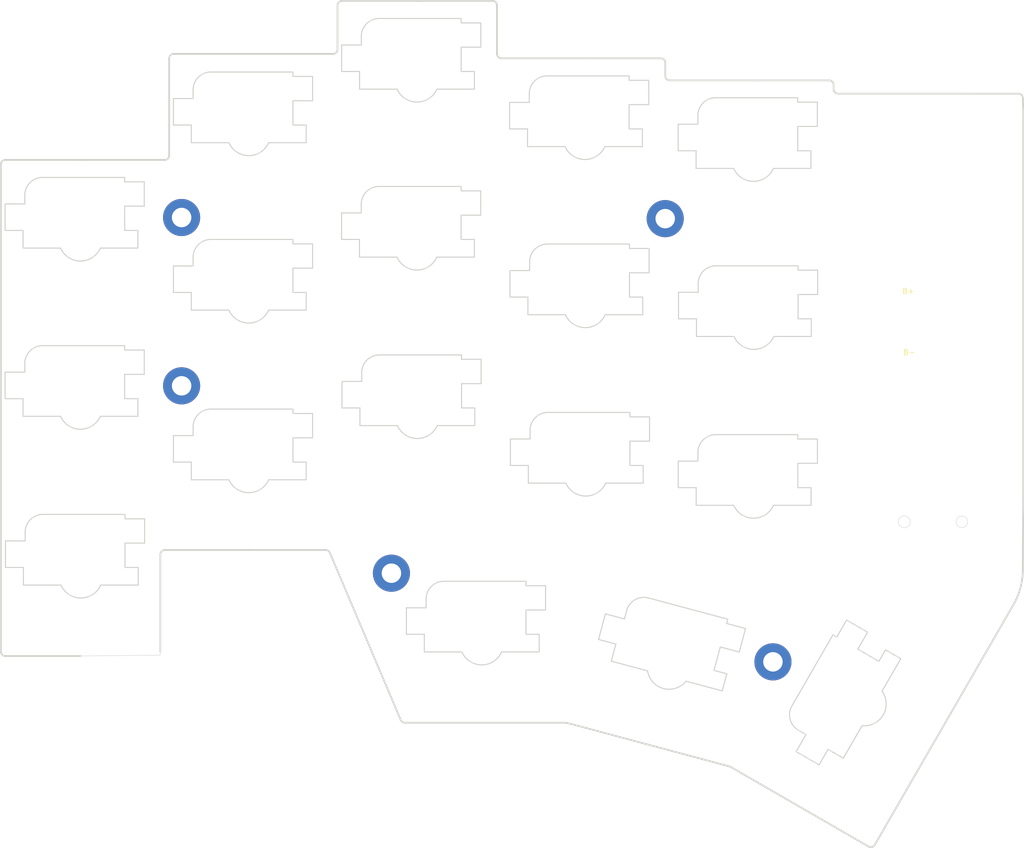
<source format=kicad_pcb>
(kicad_pcb (version 20211014) (generator pcbnew)
  (title_block (title "PUlSO split keyboard") (rev "0.2") (comment 1 "Made by IGOR"))
  (layers (0 "F.Cu" signal) (31 "B.Cu" signal) (34 "B.Paste" user) (35 "F.Paste" user) (36 "B.SilkS" user "B.Silkscreen") (37 "F.SilkS" user "F.Silkscreen") (38 "B.Mask" user) (39 "F.Mask" user) (44 "Edge.Cuts" user))
  (net 0 "")
  (footprint "pica:Cutout_CherryMX_Hotswap" (layer "F.Cu") (at 118.46 50.41)
    (fp_text reference "SW7" hide)
    (fp_text value "SW_PUSH" hide)
    (fp_line (start 5 -1) (end 5 -3.75) (layer "Edge.Cuts") (width 0.12))
    (fp_line (start 6.5 -1) (end 5 -1) (layer "Edge.Cuts") (width 0.12))
    (fp_line (start 5 -3.75) (end 7.22 -3.75) (layer "Edge.Cuts") (width 0.12))
    (fp_line (start 7.22 -3.75) (end 7.22 -6.5) (layer "Edge.Cuts") (width 0.12))
    (fp_line (start -6.5 1) (end -2.25 1) (layer "Edge.Cuts") (width 0.12))
    (fp_line (start -6.5 -1) (end -6.5 1) (layer "Edge.Cuts") (width 0.12))
    (fp_line (start -8.53 -1) (end -6.5 -1) (layer "Edge.Cuts") (width 0.12))
    (fp_line (start -6.3 -4) (end -8.53 -4) (layer "Edge.Cuts") (width 0.12))
    (fp_line (start 7.22 -6.5) (end 5 -6.5) (layer "Edge.Cuts") (width 0.12))
    (fp_line (start 5 -7) (end -4.285786 -7) (layer "Edge.Cuts") (width 0.12))
    (fp_line (start 5 -6.5) (end 5 -7) (layer "Edge.Cuts") (width 0.12))
    (fp_line (start 6.5 1) (end 6.5 -1) (layer "Edge.Cuts") (width 0.12))
    (fp_line (start 2.25 1) (end 6.5 1) (layer "Edge.Cuts") (width 0.12))
    (fp_line (start -8.53 -4) (end -8.53 -1) (layer "Edge.Cuts") (width 0.12))
    (fp_line (start -6.3 -4) (end -6.3 -4.9) (layer "Edge.Cuts") (width 0.12))
    (fp_arc (start -6.3 -4.9) (mid -5.740696 -6.37951) (end -4.285786 -7) (layer "Edge.Cuts") (width 0.12))
    (fp_arc (start 2.25 1) (mid 0 2.462214) (end -2.25 1) (layer "Edge.Cuts") (width 0.12))
  )
  (footprint "pica:Cutout_CherryMX_Hotswap" (layer "F.Cu") (at 80.41 88.12)
    (fp_text reference "SW7" hide)
    (fp_text value "SW_PUSH" hide)
    (fp_line (start -8.53 -1) (end -6.5 -1) (layer "Edge.Cuts") (width 0.12))
    (fp_line (start -6.5 -1) (end -6.5 1) (layer "Edge.Cuts") (width 0.12))
    (fp_line (start -6.3 -4) (end -6.3 -4.9) (layer "Edge.Cuts") (width 0.12))
    (fp_line (start -6.3 -4) (end -8.53 -4) (layer "Edge.Cuts") (width 0.12))
    (fp_line (start -6.5 1) (end -2.25 1) (layer "Edge.Cuts") (width 0.12))
    (fp_line (start 5 -3.75) (end 7.22 -3.75) (layer "Edge.Cuts") (width 0.12))
    (fp_line (start 2.25 1) (end 6.5 1) (layer "Edge.Cuts") (width 0.12))
    (fp_line (start 5 -1) (end 5 -3.75) (layer "Edge.Cuts") (width 0.12))
    (fp_line (start 5 -7) (end -4.285786 -7) (layer "Edge.Cuts") (width 0.12))
    (fp_line (start 6.5 -1) (end 5 -1) (layer "Edge.Cuts") (width 0.12))
    (fp_line (start 6.5 1) (end 6.5 -1) (layer "Edge.Cuts") (width 0.12))
    (fp_line (start 7.22 -3.75) (end 7.22 -6.5) (layer "Edge.Cuts") (width 0.12))
    (fp_line (start 7.22 -6.5) (end 5 -6.5) (layer "Edge.Cuts") (width 0.12))
    (fp_line (start -8.53 -4) (end -8.53 -1) (layer "Edge.Cuts") (width 0.12))
    (fp_line (start 5 -6.5) (end 5 -7) (layer "Edge.Cuts") (width 0.12))
    (fp_arc (start 2.25 1) (mid 0 2.462214) (end -2.25 1) (layer "Edge.Cuts") (width 0.12))
    (fp_arc (start -6.3 -4.9) (mid -5.740696 -6.37951) (end -4.285786 -7) (layer "Edge.Cuts") (width 0.12))
  )
  (footprint "pica:Cutout_CherryMX_Hotswap" (layer "F.Cu") (at 137.55 91.01)
    (fp_text reference "SW7" hide)
    (fp_text value "SW_PUSH" hide)
    (fp_line (start 6.5 1) (end 6.5 -1) (layer "Edge.Cuts") (width 0.12))
    (fp_line (start -6.5 1) (end -2.25 1) (layer "Edge.Cuts") (width 0.12))
    (fp_line (start 2.25 1) (end 6.5 1) (layer "Edge.Cuts") (width 0.12))
    (fp_line (start 7.22 -6.5) (end 5 -6.5) (layer "Edge.Cuts") (width 0.12))
    (fp_line (start -8.53 -1) (end -6.5 -1) (layer "Edge.Cuts") (width 0.12))
    (fp_line (start -6.3 -4) (end -8.53 -4) (layer "Edge.Cuts") (width 0.12))
    (fp_line (start -6.3 -4) (end -6.3 -4.9) (layer "Edge.Cuts") (width 0.12))
    (fp_line (start 5 -7) (end -4.285786 -7) (layer "Edge.Cuts") (width 0.12))
    (fp_line (start 5 -6.5) (end 5 -7) (layer "Edge.Cuts") (width 0.12))
    (fp_line (start 5 -1) (end 5 -3.75) (layer "Edge.Cuts") (width 0.12))
    (fp_line (start 5 -3.75) (end 7.22 -3.75) (layer "Edge.Cuts") (width 0.12))
    (fp_line (start -8.53 -4) (end -8.53 -1) (layer "Edge.Cuts") (width 0.12))
    (fp_line (start 7.22 -3.75) (end 7.22 -6.5) (layer "Edge.Cuts") (width 0.12))
    (fp_line (start 6.5 -1) (end 5 -1) (layer "Edge.Cuts") (width 0.12))
    (fp_line (start -6.5 -1) (end -6.5 1) (layer "Edge.Cuts") (width 0.12))
    (fp_arc (start 2.25 1) (mid 0 2.462214) (end -2.25 1) (layer "Edge.Cuts") (width 0.12))
    (fp_arc (start -6.3 -4.9) (mid -5.740696 -6.37951) (end -4.285786 -7) (layer "Edge.Cuts") (width 0.12))
  )
  (footprint "pica:Cutout_CherryMX_Hotswap" (layer "F.Cu") (at 80.41 49.97)
    (fp_text reference "SW7" hide)
    (fp_text value "SW_PUSH" hide)
    (fp_line (start -8.53 -1) (end -6.5 -1) (layer "Edge.Cuts") (width 0.12))
    (fp_line (start 7.22 -6.5) (end 5 -6.5) (layer "Edge.Cuts") (width 0.12))
    (fp_line (start -6.3 -4) (end -6.3 -4.9) (layer "Edge.Cuts") (width 0.12))
    (fp_line (start -6.5 -1) (end -6.5 1) (layer "Edge.Cuts") (width 0.12))
    (fp_line (start 5 -7) (end -4.285786 -7) (layer "Edge.Cuts") (width 0.12))
    (fp_line (start 7.22 -3.75) (end 7.22 -6.5) (layer "Edge.Cuts") (width 0.12))
    (fp_line (start -6.3 -4) (end -8.53 -4) (layer "Edge.Cuts") (width 0.12))
    (fp_line (start 5 -3.75) (end 7.22 -3.75) (layer "Edge.Cuts") (width 0.12))
    (fp_line (start 6.5 -1) (end 5 -1) (layer "Edge.Cuts") (width 0.12))
    (fp_line (start 6.5 1) (end 6.5 -1) (layer "Edge.Cuts") (width 0.12))
    (fp_line (start 5 -1) (end 5 -3.75) (layer "Edge.Cuts") (width 0.12))
    (fp_line (start -8.53 -4) (end -8.53 -1) (layer "Edge.Cuts") (width 0.12))
    (fp_line (start 2.25 1) (end 6.5 1) (layer "Edge.Cuts") (width 0.12))
    (fp_line (start -6.5 1) (end -2.25 1) (layer "Edge.Cuts") (width 0.12))
    (fp_line (start 5 -6.5) (end 5 -7) (layer "Edge.Cuts") (width 0.12))
    (fp_arc (start 2.25 1) (mid 0 2.462214) (end -2.25 1) (layer "Edge.Cuts") (width 0.12))
    (fp_arc (start -6.3 -4.9) (mid -5.740696 -6.37951) (end -4.285786 -7) (layer "Edge.Cuts") (width 0.12))
  )
  (footprint "" (layer "F.Cu") (at 139.736 109.728803)
    (fp_text reference "" (at 0 0) (layer "F.SilkS") (effects (font (size 1.27 1.27))))
    (fp_text value "" (at 0 0) (layer "F.SilkS") (effects (font (size 1.27 1.27))))
    (pad "" thru_hole circle locked (at 0 0) (size 4.2 4.2) (drill 2.2) (layers F&B.Cu *.Mask))
  )
  (footprint "pica:Cutout_CherryMX_Hotswap" (layer "F.Cu") (at 106.78 107.61)
    (fp_text reference "SW7" hide)
    (fp_text value "SW_PUSH" hide)
    (fp_line (start -6.5 -1) (end -6.5 1) (layer "Edge.Cuts") (width 0.12))
    (fp_line (start 5 -7) (end -4.285786 -7) (layer "Edge.Cuts") (width 0.12))
    (fp_line (start 6.5 -1) (end 5 -1) (layer "Edge.Cuts") (width 0.12))
    (fp_line (start 5 -1) (end 5 -3.75) (layer "Edge.Cuts") (width 0.12))
    (fp_line (start 2.25 1) (end 6.5 1) (layer "Edge.Cuts") (width 0.12))
    (fp_line (start 5 -6.5) (end 5 -7) (layer "Edge.Cuts") (width 0.12))
    (fp_line (start 5 -3.75) (end 7.22 -3.75) (layer "Edge.Cuts") (width 0.12))
    (fp_line (start 7.22 -3.75) (end 7.22 -6.5) (layer "Edge.Cuts") (width 0.12))
    (fp_line (start 6.5 1) (end 6.5 -1) (layer "Edge.Cuts") (width 0.12))
    (fp_line (start -6.5 1) (end -2.25 1) (layer "Edge.Cuts") (width 0.12))
    (fp_line (start -8.53 -4) (end -8.53 -1) (layer "Edge.Cuts") (width 0.12))
    (fp_line (start 7.22 -6.5) (end 5 -6.5) (layer "Edge.Cuts") (width 0.12))
    (fp_line (start -6.3 -4) (end -8.53 -4) (layer "Edge.Cuts") (width 0.12))
    (fp_line (start -8.53 -1) (end -6.5 -1) (layer "Edge.Cuts") (width 0.12))
    (fp_line (start -6.3 -4) (end -6.3 -4.9) (layer "Edge.Cuts") (width 0.12))
    (fp_arc (start 2.25 1) (mid 0 2.462214) (end -2.25 1) (layer "Edge.Cuts") (width 0.12))
    (fp_arc (start -6.3 -4.9) (mid -5.740696 -6.37951) (end -4.285786 -7) (layer "Edge.Cuts") (width 0.12))
  )
  (footprint "" (layer "F.Cu") (at 127.544 59.563803)
    (fp_text reference "" (at 0 0) (layer "F.SilkS") (effects (font (size 1.27 1.27))))
    (fp_text value "" (at 0 0) (layer "F.SilkS") (effects (font (size 1.27 1.27))))
    (pad "" thru_hole circle locked (at 0 0) (size 4.2 4.2) (drill 2.2) (layers F&B.Cu *.Mask))
  )
  (footprint "Keyswitches by Daprice:Kailh_socket_MX_reversible_sameside" (layer "F.Cu") (at 127.961071 110.39505 -15)
    (fp_text reference "SW21" hide)
    (fp_text value "SW_Push" hide)
    (fp_line (start 5.01 -1.03) (end 5.01 -3.78) (layer "Edge.Cuts") (width 0.12))
    (fp_line (start 5.01 -6.53) (end 5.01 -7.03) (layer "Edge.Cuts") (width 0.12))
    (fp_line (start -8.52 -4.03) (end -8.52 -1.03) (layer "Edge.Cuts") (width 0.12))
    (fp_line (start 5.01 -7.03) (end -4.275786 -7.03) (layer "Edge.Cuts") (width 0.12))
    (fp_line (start 7.23 -3.78) (end 7.23 -6.53) (layer "Edge.Cuts") (width 0.12))
    (fp_line (start -6.29 -4.03) (end -8.52 -4.03) (layer "Edge.Cuts") (width 0.12))
    (fp_line (start 5.01 -3.78) (end 7.23 -3.78) (layer "Edge.Cuts") (width 0.12))
    (fp_line (start 6.51 -1.03) (end 5.01 -1.03) (layer "Edge.Cuts") (width 0.12))
    (fp_line (start -6.29 -4.03) (end -6.29 -4.93) (layer "Edge.Cuts") (width 0.12))
    (fp_line (start 6.51 0.97) (end 6.51 -1.03) (layer "Edge.Cuts") (width 0.12))
    (fp_line (start -6.49 0.97) (end -2.24 0.97) (layer "Edge.Cuts") (width 0.12))
    (fp_line (start 7.23 -6.53) (end 5.01 -6.53) (layer "Edge.Cuts") (width 0.12))
    (fp_line (start -6.49 -1.03) (end -6.49 0.97) (layer "Edge.Cuts") (width 0.12))
    (fp_line (start 2.26 0.97) (end 6.51 0.97) (layer "Edge.Cuts") (width 0.12))
    (fp_line (start -8.52 -1.03) (end -6.49 -1.03) (layer "Edge.Cuts") (width 0.12))
    (fp_arc (start -6.29 -4.93) (mid -5.730696 -6.40951) (end -4.275786 -7.03) (layer "Edge.Cuts") (width 0.12))
    (fp_arc (start 2.26 0.97) (mid 0.01 2.432214) (end -2.24 0.97) (layer "Edge.Cuts") (width 0.12))
  )
  (footprint "pica:Cutout_CherryMX_Hotswap" (layer "F.Cu") (at 118.55 88.5)
    (fp_text reference "SW7" hide)
    (fp_text value "SW_PUSH" hide)
    (fp_line (start -8.53 -1) (end -6.5 -1) (layer "Edge.Cuts") (width 0.12))
    (fp_line (start 5 -7) (end -4.285786 -7) (layer "Edge.Cuts") (width 0.12))
    (fp_line (start 5 -3.75) (end 7.22 -3.75) (layer "Edge.Cuts") (width 0.12))
    (fp_line (start -8.53 -4) (end -8.53 -1) (layer "Edge.Cuts") (width 0.12))
    (fp_line (start -6.3 -4) (end -6.3 -4.9) (layer "Edge.Cuts") (width 0.12))
    (fp_line (start 5 -6.5) (end 5 -7) (layer "Edge.Cuts") (width 0.12))
    (fp_line (start 7.22 -3.75) (end 7.22 -6.5) (layer "Edge.Cuts") (width 0.12))
    (fp_line (start -6.3 -4) (end -8.53 -4) (layer "Edge.Cuts") (width 0.12))
    (fp_line (start 2.25 1) (end 6.5 1) (layer "Edge.Cuts") (width 0.12))
    (fp_line (start 7.22 -6.5) (end 5 -6.5) (layer "Edge.Cuts") (width 0.12))
    (fp_line (start 5 -1) (end 5 -3.75) (layer "Edge.Cuts") (width 0.12))
    (fp_line (start 6.5 -1) (end 5 -1) (layer "Edge.Cuts") (width 0.12))
    (fp_line (start 6.5 1) (end 6.5 -1) (layer "Edge.Cuts") (width 0.12))
    (fp_line (start -6.5 -1) (end -6.5 1) (layer "Edge.Cuts") (width 0.12))
    (fp_line (start -6.5 1) (end -2.25 1) (layer "Edge.Cuts") (width 0.12))
    (fp_arc (start -6.3 -4.9) (mid -5.740696 -6.37951) (end -4.285786 -7) (layer "Edge.Cuts") (width 0.12))
    (fp_arc (start 2.25 1) (mid 0 2.462214) (end -2.25 1) (layer "Edge.Cuts") (width 0.12))
  )
  (footprint "pica:Cutout_CherryMX_Hotswap" (layer "F.Cu") (at 61.36 61.9)
    (fp_text reference "SW7" hide)
    (fp_text value "SW_PUSH" hide)
    (fp_line (start 2.25 1) (end 6.5 1) (layer "Edge.Cuts") (width 0.12))
    (fp_line (start -8.53 -1) (end -6.5 -1) (layer "Edge.Cuts") (width 0.12))
    (fp_line (start -6.3 -4) (end -8.53 -4) (layer "Edge.Cuts") (width 0.12))
    (fp_line (start -6.5 1) (end -2.25 1) (layer "Edge.Cuts") (width 0.12))
    (fp_line (start 5 -1) (end 5 -3.75) (layer "Edge.Cuts") (width 0.12))
    (fp_line (start 5 -6.5) (end 5 -7) (layer "Edge.Cuts") (width 0.12))
    (fp_line (start 7.22 -3.75) (end 7.22 -6.5) (layer "Edge.Cuts") (width 0.12))
    (fp_line (start -6.3 -4) (end -6.3 -4.9) (layer "Edge.Cuts") (width 0.12))
    (fp_line (start -6.5 -1) (end -6.5 1) (layer "Edge.Cuts") (width 0.12))
    (fp_line (start 6.5 -1) (end 5 -1) (layer "Edge.Cuts") (width 0.12))
    (fp_line (start -8.53 -4) (end -8.53 -1) (layer "Edge.Cuts") (width 0.12))
    (fp_line (start 5 -7) (end -4.285786 -7) (layer "Edge.Cuts") (width 0.12))
    (fp_line (start 5 -3.75) (end 7.22 -3.75) (layer "Edge.Cuts") (width 0.12))
    (fp_line (start 6.5 1) (end 6.5 -1) (layer "Edge.Cuts") (width 0.12))
    (fp_line (start 7.22 -6.5) (end 5 -6.5) (layer "Edge.Cuts") (width 0.12))
    (fp_arc (start -6.3 -4.9) (mid -5.740696 -6.37951) (end -4.285786 -7) (layer "Edge.Cuts") (width 0.12))
    (fp_arc (start 2.25 1) (mid 0 2.462214) (end -2.25 1) (layer "Edge.Cuts") (width 0.12))
  )
  (footprint "pica:Cutout_CherryMX_Hotswap" (layer "F.Cu") (at 61.36 80.94)
    (fp_text reference "SW7" hide)
    (fp_text value "SW_PUSH" hide)
    (fp_line (start 5 -7) (end -4.285786 -7) (layer "Edge.Cuts") (width 0.12))
    (fp_line (start -8.53 -4) (end -8.53 -1) (layer "Edge.Cuts") (width 0.12))
    (fp_line (start 7.22 -6.5) (end 5 -6.5) (layer "Edge.Cuts") (width 0.12))
    (fp_line (start 5 -3.75) (end 7.22 -3.75) (layer "Edge.Cuts") (width 0.12))
    (fp_line (start 7.22 -3.75) (end 7.22 -6.5) (layer "Edge.Cuts") (width 0.12))
    (fp_line (start -6.5 -1) (end -6.5 1) (layer "Edge.Cuts") (width 0.12))
    (fp_line (start -8.53 -1) (end -6.5 -1) (layer "Edge.Cuts") (width 0.12))
    (fp_line (start -6.3 -4) (end -6.3 -4.9) (layer "Edge.Cuts") (width 0.12))
    (fp_line (start 2.25 1) (end 6.5 1) (layer "Edge.Cuts") (width 0.12))
    (fp_line (start 5 -1) (end 5 -3.75) (layer "Edge.Cuts") (width 0.12))
    (fp_line (start 6.5 -1) (end 5 -1) (layer "Edge.Cuts") (width 0.12))
    (fp_line (start -6.5 1) (end -2.25 1) (layer "Edge.Cuts") (width 0.12))
    (fp_line (start -6.3 -4) (end -8.53 -4) (layer "Edge.Cuts") (width 0.12))
    (fp_line (start 5 -6.5) (end 5 -7) (layer "Edge.Cuts") (width 0.12))
    (fp_line (start 6.5 1) (end 6.5 -1) (layer "Edge.Cuts") (width 0.12))
    (fp_arc (start 2.25 1) (mid 0 2.462214) (end -2.25 1) (layer "Edge.Cuts") (width 0.12))
    (fp_arc (start -6.3 -4.9) (mid -5.740696 -6.37951) (end -4.285786 -7) (layer "Edge.Cuts") (width 0.12))
  )
  (footprint "pica:Cutout_CherryMX_Hotswap" (layer "F.Cu") (at 137.54 52.88)
    (fp_text reference "SW7" hide)
    (fp_text value "SW_PUSH" hide)
    (fp_line (start 5 -7) (end -4.285786 -7) (layer "Edge.Cuts") (width 0.12))
    (fp_line (start 5 -6.5) (end 5 -7) (layer "Edge.Cuts") (width 0.12))
    (fp_line (start -8.53 -4) (end -8.53 -1) (layer "Edge.Cuts") (width 0.12))
    (fp_line (start 5 -1) (end 5 -3.75) (layer "Edge.Cuts") (width 0.12))
    (fp_line (start -6.3 -4) (end -8.53 -4) (layer "Edge.Cuts") (width 0.12))
    (fp_line (start -8.53 -1) (end -6.5 -1) (layer "Edge.Cuts") (width 0.12))
    (fp_line (start 2.25 1) (end 6.5 1) (layer "Edge.Cuts") (width 0.12))
    (fp_line (start 7.22 -6.5) (end 5 -6.5) (layer "Edge.Cuts") (width 0.12))
    (fp_line (start -6.5 -1) (end -6.5 1) (layer "Edge.Cuts") (width 0.12))
    (fp_line (start 5 -3.75) (end 7.22 -3.75) (layer "Edge.Cuts") (width 0.12))
    (fp_line (start -6.3 -4) (end -6.3 -4.9) (layer "Edge.Cuts") (width 0.12))
    (fp_line (start -6.5 1) (end -2.25 1) (layer "Edge.Cuts") (width 0.12))
    (fp_line (start 7.22 -3.75) (end 7.22 -6.5) (layer "Edge.Cuts") (width 0.12))
    (fp_line (start 6.5 1) (end 6.5 -1) (layer "Edge.Cuts") (width 0.12))
    (fp_line (start 6.5 -1) (end 5 -1) (layer "Edge.Cuts") (width 0.12))
    (fp_arc (start -6.3 -4.9) (mid -5.740696 -6.37951) (end -4.285786 -7) (layer "Edge.Cuts") (width 0.12))
    (fp_arc (start 2.25 1) (mid 0 2.462214) (end -2.25 1) (layer "Edge.Cuts") (width 0.12))
  )
  (footprint "pica:Cutout_CherryMX_Hotswap" (layer "F.Cu") (at 99.45 43.91)
    (fp_text reference "SW7" hide)
    (fp_text value "SW_PUSH" hide)
    (fp_line (start 7.22 -6.5) (end 5 -6.5) (layer "Edge.Cuts") (width 0.12))
    (fp_line (start 6.5 -1) (end 5 -1) (layer "Edge.Cuts") (width 0.12))
    (fp_line (start 5 -7) (end -4.285786 -7) (layer "Edge.Cuts") (width 0.12))
    (fp_line (start -8.53 -4) (end -8.53 -1) (layer "Edge.Cuts") (width 0.12))
    (fp_line (start 2.25 1) (end 6.5 1) (layer "Edge.Cuts") (width 0.12))
    (fp_line (start 7.22 -3.75) (end 7.22 -6.5) (layer "Edge.Cuts") (width 0.12))
    (fp_line (start -6.5 -1) (end -6.5 1) (layer "Edge.Cuts") (width 0.12))
    (fp_line (start -6.5 1) (end -2.25 1) (layer "Edge.Cuts") (width 0.12))
    (fp_line (start 5 -6.5) (end 5 -7) (layer "Edge.Cuts") (width 0.12))
    (fp_line (start 6.5 1) (end 6.5 -1) (layer "Edge.Cuts") (width 0.12))
    (fp_line (start -8.53 -1) (end -6.5 -1) (layer "Edge.Cuts") (width 0.12))
    (fp_line (start -6.3 -4) (end -8.53 -4) (layer "Edge.Cuts") (width 0.12))
    (fp_line (start 5 -3.75) (end 7.22 -3.75) (layer "Edge.Cuts") (width 0.12))
    (fp_line (start -6.3 -4) (end -6.3 -4.9) (layer "Edge.Cuts") (width 0.12))
    (fp_line (start 5 -1) (end 5 -3.75) (layer "Edge.Cuts") (width 0.12))
    (fp_arc (start 2.25 1) (mid 0 2.462214) (end -2.25 1) (layer "Edge.Cuts") (width 0.12))
    (fp_arc (start -6.3 -4.9) (mid -5.740696 -6.37951) (end -4.285786 -7) (layer "Edge.Cuts") (width 0.12))
  )
  (footprint "pica:Cutout_CherryMX_Hotswap" (layer "F.Cu") (at 99.49 81.99)
    (fp_text reference "SW7" hide)
    (fp_text value "SW_PUSH" hide)
    (fp_line (start -6.5 -1) (end -6.5 1) (layer "Edge.Cuts") (width 0.12))
    (fp_line (start 2.25 1) (end 6.5 1) (layer "Edge.Cuts") (width 0.12))
    (fp_line (start -6.3 -4) (end -8.53 -4) (layer "Edge.Cuts") (width 0.12))
    (fp_line (start -8.53 -4) (end -8.53 -1) (layer "Edge.Cuts") (width 0.12))
    (fp_line (start 5 -1) (end 5 -3.75) (layer "Edge.Cuts") (width 0.12))
    (fp_line (start 5 -7) (end -4.285786 -7) (layer "Edge.Cuts") (width 0.12))
    (fp_line (start 7.22 -6.5) (end 5 -6.5) (layer "Edge.Cuts") (width 0.12))
    (fp_line (start -8.53 -1) (end -6.5 -1) (layer "Edge.Cuts") (width 0.12))
    (fp_line (start 6.5 1) (end 6.5 -1) (layer "Edge.Cuts") (width 0.12))
    (fp_line (start 7.22 -3.75) (end 7.22 -6.5) (layer "Edge.Cuts") (width 0.12))
    (fp_line (start 5 -6.5) (end 5 -7) (layer "Edge.Cuts") (width 0.12))
    (fp_line (start -6.5 1) (end -2.25 1) (layer "Edge.Cuts") (width 0.12))
    (fp_line (start 6.5 -1) (end 5 -1) (layer "Edge.Cuts") (width 0.12))
    (fp_line (start 5 -3.75) (end 7.22 -3.75) (layer "Edge.Cuts") (width 0.12))
    (fp_line (start -6.3 -4) (end -6.3 -4.9) (layer "Edge.Cuts") (width 0.12))
    (fp_arc (start -6.3 -4.9) (mid -5.740696 -6.37951) (end -4.285786 -7) (layer "Edge.Cuts") (width 0.12))
    (fp_arc (start 2.25 1) (mid 0 2.462214) (end -2.25 1) (layer "Edge.Cuts") (width 0.12))
  )
  (footprint "pica:Cutout_CherryMX_Hotswap" (layer "F.Cu") (at 61.4 100.04)
    (fp_text reference "SW7" hide)
    (fp_text value "SW_PUSH" hide)
    (fp_line (start -6.5 -1) (end -6.5 1) (layer "Edge.Cuts") (width 0.12))
    (fp_line (start 6.5 1) (end 6.5 -1) (layer "Edge.Cuts") (width 0.12))
    (fp_line (start 5 -7) (end -4.285786 -7) (layer "Edge.Cuts") (width 0.12))
    (fp_line (start 7.22 -3.75) (end 7.22 -6.5) (layer "Edge.Cuts") (width 0.12))
    (fp_line (start 7.22 -6.5) (end 5 -6.5) (layer "Edge.Cuts") (width 0.12))
    (fp_line (start 5 -6.5) (end 5 -7) (layer "Edge.Cuts") (width 0.12))
    (fp_line (start -6.3 -4) (end -8.53 -4) (layer "Edge.Cuts") (width 0.12))
    (fp_line (start -6.5 1) (end -2.25 1) (layer "Edge.Cuts") (width 0.12))
    (fp_line (start 6.5 -1) (end 5 -1) (layer "Edge.Cuts") (width 0.12))
    (fp_line (start -8.53 -1) (end -6.5 -1) (layer "Edge.Cuts") (width 0.12))
    (fp_line (start 5 -3.75) (end 7.22 -3.75) (layer "Edge.Cuts") (width 0.12))
    (fp_line (start -8.53 -4) (end -8.53 -1) (layer "Edge.Cuts") (width 0.12))
    (fp_line (start 5 -1) (end 5 -3.75) (layer "Edge.Cuts") (width 0.12))
    (fp_line (start -6.3 -4) (end -6.3 -4.9) (layer "Edge.Cuts") (width 0.12))
    (fp_line (start 2.25 1) (end 6.5 1) (layer "Edge.Cuts") (width 0.12))
    (fp_arc (start 2.25 1) (mid 0 2.462214) (end -2.25 1) (layer "Edge.Cuts") (width 0.12))
    (fp_arc (start -6.3 -4.9) (mid -5.740696 -6.37951) (end -4.285786 -7) (layer "Edge.Cuts") (width 0.12))
  )
  (footprint "Keyswitches by Daprice:Kailh_socket_MX_reversible_sameside" (layer "F.Cu") (at 150.081 114.437803 60)
    (fp_text reference "SW20" hide)
    (fp_text value "SW_Push" hide)
    (fp_line (start 2.2 1.04) (end 6.45 1.04) (layer "Edge.Cuts") (width 0.12))
    (fp_line (start -6.55 -0.96) (end -6.55 1.04) (layer "Edge.Cuts") (width 0.12))
    (fp_line (start 6.45 -0.96) (end 4.95 -0.96) (layer "Edge.Cuts") (width 0.12))
    (fp_line (start 7.17 -3.71) (end 7.17 -6.46) (layer "Edge.Cuts") (width 0.12))
    (fp_line (start -6.55 1.04) (end -2.3 1.04) (layer "Edge.Cuts") (width 0.12))
    (fp_line (start 4.95 -6.46) (end 4.95 -6.96) (layer "Edge.Cuts") (width 0.12))
    (fp_line (start 4.95 -6.96) (end -4.335786 -6.96) (layer "Edge.Cuts") (width 0.12))
    (fp_line (start -6.35 -3.96) (end -8.58 -3.96) (layer "Edge.Cuts") (width 0.12))
    (fp_line (start 6.45 1.04) (end 6.45 -0.96) (layer "Edge.Cuts") (width 0.12))
    (fp_line (start 7.17 -6.46) (end 4.95 -6.46) (layer "Edge.Cuts") (width 0.12))
    (fp_line (start 4.95 -0.96) (end 4.95 -3.71) (layer "Edge.Cuts") (width 0.12))
    (fp_line (start -6.35 -3.96) (end -6.35 -4.86) (layer "Edge.Cuts") (width 0.12))
    (fp_line (start 4.95 -3.71) (end 7.17 -3.71) (layer "Edge.Cuts") (width 0.12))
    (fp_line (start -8.58 -0.96) (end -6.55 -0.96) (layer "Edge.Cuts") (width 0.12))
    (fp_line (start -8.58 -3.96) (end -8.58 -0.96) (layer "Edge.Cuts") (width 0.12))
    (fp_arc (start 2.2 1.04) (mid -0.05 2.502214) (end -2.3 1.04) (layer "Edge.Cuts") (width 0.12))
    (fp_arc (start -6.35 -4.86) (mid -5.790696 -6.33951) (end -4.335786 -6.96) (layer "Edge.Cuts") (width 0.12))
  )
  (footprint "" (layer "F.Cu") (at 72.807 59.436803)
    (fp_text reference "" (at 0 0) (layer "F.SilkS") (effects (font (size 1.27 1.27))))
    (fp_text value "" (at 0 0) (layer "F.SilkS") (effects (font (size 1.27 1.27))))
    (pad "" thru_hole circle locked (at 0 0) (size 4.2 4.2) (drill 2.2) (layers F&B.Cu *.Mask))
  )
  (footprint "pica:Cutout_CherryMX_Hotswap" (layer "F.Cu") (at 80.41 68.92)
    (fp_text reference "SW7" hide)
    (fp_text value "SW_PUSH" hide)
    (fp_line (start -6.5 -1) (end -6.5 1) (layer "Edge.Cuts") (width 0.12))
    (fp_line (start -8.53 -4) (end -8.53 -1) (layer "Edge.Cuts") (width 0.12))
    (fp_line (start -6.3 -4) (end -6.3 -4.9) (layer "Edge.Cuts") (width 0.12))
    (fp_line (start 5 -6.5) (end 5 -7) (layer "Edge.Cuts") (width 0.12))
    (fp_line (start 6.5 1) (end 6.5 -1) (layer "Edge.Cuts") (width 0.12))
    (fp_line (start 5 -3.75) (end 7.22 -3.75) (layer "Edge.Cuts") (width 0.12))
    (fp_line (start -6.5 1) (end -2.25 1) (layer "Edge.Cuts") (width 0.12))
    (fp_line (start 5 -7) (end -4.285786 -7) (layer "Edge.Cuts") (width 0.12))
    (fp_line (start -6.3 -4) (end -8.53 -4) (layer "Edge.Cuts") (width 0.12))
    (fp_line (start -8.53 -1) (end -6.5 -1) (layer "Edge.Cuts") (width 0.12))
    (fp_line (start 5 -1) (end 5 -3.75) (layer "Edge.Cuts") (width 0.12))
    (fp_line (start 7.22 -6.5) (end 5 -6.5) (layer "Edge.Cuts") (width 0.12))
    (fp_line (start 7.22 -3.75) (end 7.22 -6.5) (layer "Edge.Cuts") (width 0.12))
    (fp_line (start 6.5 -1) (end 5 -1) (layer "Edge.Cuts") (width 0.12))
    (fp_line (start 2.25 1) (end 6.5 1) (layer "Edge.Cuts") (width 0.12))
    (fp_arc (start -6.3 -4.9) (mid -5.740696 -6.37951) (end -4.285786 -7) (layer "Edge.Cuts") (width 0.12))
    (fp_arc (start 2.25 1) (mid 0 2.462214) (end -2.25 1) (layer "Edge.Cuts") (width 0.12))
  )
  (footprint "pica:Cutout_CherryMX_Hotswap" (layer "F.Cu") (at 118.5 69.44)
    (fp_text reference "SW7" hide)
    (fp_text value "SW_PUSH" hide)
    (fp_line (start -8.53 -1) (end -6.5 -1) (layer "Edge.Cuts") (width 0.12))
    (fp_line (start 2.25 1) (end 6.5 1) (layer "Edge.Cuts") (width 0.12))
    (fp_line (start -6.5 1) (end -2.25 1) (layer "Edge.Cuts") (width 0.12))
    (fp_line (start 5 -3.75) (end 7.22 -3.75) (layer "Edge.Cuts") (width 0.12))
    (fp_line (start -6.5 -1) (end -6.5 1) (layer "Edge.Cuts") (width 0.12))
    (fp_line (start -6.3 -4) (end -6.3 -4.9) (layer "Edge.Cuts") (width 0.12))
    (fp_line (start 6.5 1) (end 6.5 -1) (layer "Edge.Cuts") (width 0.12))
    (fp_line (start 7.22 -6.5) (end 5 -6.5) (layer "Edge.Cuts") (width 0.12))
    (fp_line (start 5 -7) (end -4.285786 -7) (layer "Edge.Cuts") (width 0.12))
    (fp_line (start 5 -1) (end 5 -3.75) (layer "Edge.Cuts") (width 0.12))
    (fp_line (start 5 -6.5) (end 5 -7) (layer "Edge.Cuts") (width 0.12))
    (fp_line (start 7.22 -3.75) (end 7.22 -6.5) (layer "Edge.Cuts") (width 0.12))
    (fp_line (start -8.53 -4) (end -8.53 -1) (layer "Edge.Cuts") (width 0.12))
    (fp_line (start 6.5 -1) (end 5 -1) (layer "Edge.Cuts") (width 0.12))
    (fp_line (start -6.3 -4) (end -8.53 -4) (layer "Edge.Cuts") (width 0.12))
    (fp_arc (start -6.3 -4.9) (mid -5.740696 -6.37951) (end -4.285786 -7) (layer "Edge.Cuts") (width 0.12))
    (fp_arc (start 2.25 1) (mid 0 2.462214) (end -2.25 1) (layer "Edge.Cuts") (width 0.12))
  )
  (footprint "" (layer "F.Cu") (at 72.807 78.486803)
    (fp_text reference "" (at 0 0) (layer "F.SilkS") (effects (font (size 1.27 1.27))))
    (fp_text value "" (at 0 0) (layer "F.SilkS") (effects (font (size 1.27 1.27))))
    (pad "" thru_hole circle locked (at 0 0) (size 4.2 4.2) (drill 2.2) (layers F&B.Cu *.Mask))
  )
  (footprint "" (layer "F.Cu") (at 96.556 99.695803)
    (fp_text reference "" (at 0 0) (layer "F.SilkS") (effects (font (size 1.27 1.27))))
    (fp_text value "" (at 0 0) (layer "F.SilkS") (effects (font (size 1.27 1.27))))
    (pad "" thru_hole circle locked (at 0 0) (size 4.2 4.2) (drill 2.2) (layers F&B.Cu *.Mask))
  )
  (footprint "pica:Cutout_CherryMX_Hotswap" (layer "F.Cu") (at 137.58 71.9)
    (fp_text reference "SW7" hide)
    (fp_text value "SW_PUSH" hide)
    (fp_line (start -8.53 -4) (end -8.53 -1) (layer "Edge.Cuts") (width 0.12))
    (fp_line (start 7.22 -3.75) (end 7.22 -6.5) (layer "Edge.Cuts") (width 0.12))
    (fp_line (start 6.5 1) (end 6.5 -1) (layer "Edge.Cuts") (width 0.12))
    (fp_line (start -6.5 1) (end -2.25 1) (layer "Edge.Cuts") (width 0.12))
    (fp_line (start 2.25 1) (end 6.5 1) (layer "Edge.Cuts") (width 0.12))
    (fp_line (start 7.22 -6.5) (end 5 -6.5) (layer "Edge.Cuts") (width 0.12))
    (fp_line (start 5 -6.5) (end 5 -7) (layer "Edge.Cuts") (width 0.12))
    (fp_line (start -6.5 -1) (end -6.5 1) (layer "Edge.Cuts") (width 0.12))
    (fp_line (start -6.3 -4) (end -6.3 -4.9) (layer "Edge.Cuts") (width 0.12))
    (fp_line (start 5 -1) (end 5 -3.75) (layer "Edge.Cuts") (width 0.12))
    (fp_line (start 5 -7) (end -4.285786 -7) (layer "Edge.Cuts") (width 0.12))
    (fp_line (start -8.53 -1) (end -6.5 -1) (layer "Edge.Cuts") (width 0.12))
    (fp_line (start -6.3 -4) (end -8.53 -4) (layer "Edge.Cuts") (width 0.12))
    (fp_line (start 5 -3.75) (end 7.22 -3.75) (layer "Edge.Cuts") (width 0.12))
    (fp_line (start 6.5 -1) (end 5 -1) (layer "Edge.Cuts") (width 0.12))
    (fp_arc (start -6.3 -4.9) (mid -5.740696 -6.37951) (end -4.285786 -7) (layer "Edge.Cuts") (width 0.12))
    (fp_arc (start 2.25 1) (mid 0 2.462214) (end -2.25 1) (layer "Edge.Cuts") (width 0.12))
  )
  (footprint "pica:Cutout_CherryMX_Hotswap" (layer "F.Cu") (at 99.44 62.92)
    (fp_text reference "SW7" hide)
    (fp_text value "SW_PUSH" hide)
    (fp_line (start -6.3 -4) (end -6.3 -4.9) (layer "Edge.Cuts") (width 0.12))
    (fp_line (start -6.5 1) (end -2.25 1) (layer "Edge.Cuts") (width 0.12))
    (fp_line (start 5 -6.5) (end 5 -7) (layer "Edge.Cuts") (width 0.12))
    (fp_line (start -8.53 -1) (end -6.5 -1) (layer "Edge.Cuts") (width 0.12))
    (fp_line (start 2.25 1) (end 6.5 1) (layer "Edge.Cuts") (width 0.12))
    (fp_line (start 7.22 -6.5) (end 5 -6.5) (layer "Edge.Cuts") (width 0.12))
    (fp_line (start 5 -7) (end -4.285786 -7) (layer "Edge.Cuts") (width 0.12))
    (fp_line (start 6.5 1) (end 6.5 -1) (layer "Edge.Cuts") (width 0.12))
    (fp_line (start 5 -1) (end 5 -3.75) (layer "Edge.Cuts") (width 0.12))
    (fp_line (start -6.5 -1) (end -6.5 1) (layer "Edge.Cuts") (width 0.12))
    (fp_line (start 5 -3.75) (end 7.22 -3.75) (layer "Edge.Cuts") (width 0.12))
    (fp_line (start 6.5 -1) (end 5 -1) (layer "Edge.Cuts") (width 0.12))
    (fp_line (start -8.53 -4) (end -8.53 -1) (layer "Edge.Cuts") (width 0.12))
    (fp_line (start -6.3 -4) (end -8.53 -4) (layer "Edge.Cuts") (width 0.12))
    (fp_line (start 7.22 -3.75) (end 7.22 -6.5) (layer "Edge.Cuts") (width 0.12))
    (fp_arc (start 2.25 1) (mid 0 2.462214) (end -2.25 1) (layer "Edge.Cuts") (width 0.12))
    (fp_arc (start -6.3 -4.9) (mid -5.740696 -6.37951) (end -4.285786 -7) (layer "Edge.Cuts") (width 0.12))
  )
  (gr_line (start 89.120861 97.067802) (end 80.427 97.067802) (layer "Edge.Cuts") (width 0.2))
  (gr_arc (start 116.090412 116.617803) (mid 116.351465 116.634908) (end 116.60805 116.685951) (layer "Edge.Cuts") (width 0.2))
  (gr_line (start 71.902 40.917803) (end 80.427 40.917803) (layer "Edge.Cuts") (width 0.2))
  (gr_line (start 90.952 34.917803) (end 99.477 34.917803) (layer "Edge.Cuts") (width 0.2))
  (gr_line (start 137.577 43.917803) (end 146.102 43.917803) (layer "Edge.Cuts") (width 0.2))
  (gr_arc (start 146.102 43.917803) (mid 146.45553 44.064266) (end 146.602 44.417803) (layer "Edge.Cuts") (width 0.2))
  (gr_line (start 99.477 34.917803) (end 108.002 34.917803) (layer "Edge.Cuts") (width 0.2))
  (gr_line (start 106.762891 116.617803) (end 98.069031 116.617803) (layer "Edge.Cuts") (width 0.2))
  (gr_line (start 109.002 41.417803) (end 118.527 41.417803) (layer "Edge.Cuts") (width 0.2))
  (gr_line (start 90.452 40.417803) (end 90.452 35.417803) (layer "Edge.Cuts") (width 0.2))
  (gr_line (start 61.377 109.067803) (end 52.852 109.067803) (layer "Edge.Cuts") (width 0.2))
  (gr_line (start 52.352 108.567803) (end 52.352 53.417804) (layer "Edge.Cuts") (width 0.2))
  (gr_arc (start 127.052 41.417803) (mid 127.40553 41.564266) (end 127.552 41.917803) (layer "Edge.Cuts") (width 0.2))
  (gr_arc (start 89.12086 97.067803) (mid 89.396942 97.150937) (end 89.58122 97.372688) (layer "Edge.Cuts") (width 0.2))
  (gr_line (start 168.06475 89.920873) (end 168.06475 47.501) (layer "Edge.Cuts") (width 0.2))
  (gr_line (start 118.527 41.417803) (end 127.052 41.417803) (layer "Edge.Cuts") (width 0.2))
  (gr_line (start 125.617744 119.100091) (end 116.60805 116.685951) (layer "Edge.Cuts") (width 0.2))
  (gr_line (start 116.090412 116.617803) (end 106.762891 116.617803) (layer "Edge.Cuts") (width 0.2))
  (gr_line (start 70.402001 97.567802) (end 70.402001 108.567803) (layer "Edge.Cuts") (width 0.2))
  (gr_arc (start 168.020001 99.27334) (mid 167.747407 101.343892) (end 166.948204 103.27334) (layer "Edge.Cuts") (width 0.2))
  (gr_arc (start 71.402 41.417803) (mid 71.548453 41.06425) (end 71.902 40.917803) (layer "Edge.Cuts") (width 0.2))
  (gr_arc (start 52.852 109.067803) (mid 52.498488 108.921337) (end 52.352 108.567803) (layer "Edge.Cuts") (width 0.2))
  (gr_line (start 147.10205 45.417803) (end 167.520054 45.42) (layer "Edge.Cuts") (width 0.2))
  (gr_arc (start 70.402001 97.567803) (mid 70.548454 97.21425) (end 70.902 97.067802) (layer "Edge.Cuts") (width 0.2))
  (gr_line (start 168.06475 89.920873) (end 168.020001 99.27334) (layer "Edge.Cuts") (width 0.2))
  (gr_arc (start 108.002 34.917803) (mid 108.35553 35.064266) (end 108.502 35.417803) (layer "Edge.Cuts") (width 0.2))
  (gr_arc (start 52.352 53.417803) (mid 52.498453 53.06425) (end 52.852 52.917803) (layer "Edge.Cuts") (width 0.2))
  (gr_circle (center 154.6 93.88) (end 155.12 94.31) (layer "Edge.Cuts") (width 0.05) (fill none))
  (gr_line (start 168.06475 47.501) (end 168.02 45.92) (layer "Edge.Cuts") (width 0.2))
  (gr_line (start 128.052 43.917803) (end 137.577 43.917803) (layer "Edge.Cuts") (width 0.2))
  (gr_line (start 127.552 41.917803) (end 127.552 43.417803) (layer "Edge.Cuts") (width 0.2))
  (gr_line (start 52.852 52.917803) (end 61.377 52.917803) (layer "Edge.Cuts") (width 0.2))
  (gr_arc (start 128.052 43.917803) (mid 127.698488 43.771337) (end 127.552 43.417803) (layer "Edge.Cuts") (width 0.2))
  (gr_arc (start 134.627437 121.514231) (mid 134.875164 121.598327) (end 135.109799 121.714032) (layer "Edge.Cuts") (width 0.2))
  (gr_line (start 150.570536 130.640293) (end 135.109799 121.714032) (layer "Edge.Cuts") (width 0.2))
  (gr_arc (start 147.10205 45.417803) (mid 146.748506 45.271355) (end 146.602 44.917803) (layer "Edge.Cuts") (width 0.2))
  (gr_line (start 71.402 52.417803) (end 71.402 41.417803) (layer "Edge.Cuts") (width 0.2))
  (gr_line (start 61.377 109.067803) (end 70.370549 108.96828) (layer "Edge.Cuts") (width 0.05))
  (gr_arc (start 167.520054 45.42) (mid 167.873521 45.566511) (end 168.02 45.92) (layer "Edge.Cuts") (width 0.2))
  (gr_line (start 61.377 52.917803) (end 70.902 52.917803) (layer "Edge.Cuts") (width 0.2))
  (gr_line (start 108.502 35.417803) (end 108.502 40.917803) (layer "Edge.Cuts") (width 0.2))
  (gr_arc (start 71.401999 52.417804) (mid 71.255559 52.771356) (end 70.902 52.917803) (layer "Edge.Cuts") (width 0.2))
  (gr_arc (start 98.069031 116.617803) (mid 97.792961 116.534661) (end 97.608672 116.312917) (layer "Edge.Cuts") (width 0.2))
  (gr_line (start 134.627437 121.514231) (end 125.617744 119.100091) (layer "Edge.Cuts") (width 0.2))
  (gr_line (start 80.427 40.917803) (end 89.952001 40.917803) (layer "Edge.Cuts") (width 0.2))
  (gr_line (start 80.427 97.067802) (end 70.902 97.067802) (layer "Edge.Cuts") (width 0.2))
  (gr_arc (start 90.452 35.417803) (mid 90.598453 35.06425) (end 90.952 34.917803) (layer "Edge.Cuts") (width 0.2))
  (gr_line (start 166.948204 103.27334) (end 151.253549 130.45728) (layer "Edge.Cuts") (width 0.2))
  (gr_arc (start 151.253549 130.45728) (mid 150.949945 130.690211) (end 150.570536 130.640293) (layer "Edge.Cuts") (width 0.2))
  (gr_circle (center 161.12 93.88) (end 161.57 94.35) (layer "Edge.Cuts") (width 0.05) (fill none))
  (gr_arc (start 109.001999 41.417802) (mid 108.648424 41.271372) (end 108.502 40.917803) (layer "Edge.Cuts") (width 0.2))
  (gr_line (start 146.602 44.417803) (end 146.602 44.917803) (layer "Edge.Cuts") (width 0.2))
  (gr_line (start 70.370549 108.96828) (end 70.402001 108.567803) (layer "Edge.Cuts") (width 0.05))
  (gr_arc (start 90.452001 40.417803) (mid 90.305561 40.771357) (end 89.952001 40.917803) (layer "Edge.Cuts") (width 0.2))
  (gr_line (start 97.608672 116.312917) (end 89.58122 97.372688) (layer "Edge.Cuts") (width 0.2))
  (gr_text "B+" (at 155.059777 67.777197) (layer "F.SilkS") (effects (font (size 0.6 0.6) (thickness 0.1))))
  (gr_text "B-" (at 155.159777 74.702197) (layer "F.SilkS") (effects (font (size 0.6 0.6) (thickness 0.1))))
)
</source>
